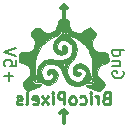
<source format=gbo>
G04 #@! TF.GenerationSoftware,KiCad,Pcbnew,5.1.2-1.fc30*
G04 #@! TF.CreationDate,2019-06-18T23:23:49+02:00*
G04 #@! TF.ProjectId,bricopixels,62726963-6f70-4697-9865-6c732e6b6963,1*
G04 #@! TF.SameCoordinates,Original*
G04 #@! TF.FileFunction,Legend,Bot*
G04 #@! TF.FilePolarity,Positive*
%FSLAX46Y46*%
G04 Gerber Fmt 4.6, Leading zero omitted, Abs format (unit mm)*
G04 Created by KiCad (PCBNEW 5.1.2-1.fc30) date 2019-06-18 23:23:49*
%MOMM*%
%LPD*%
G04 APERTURE LIST*
%ADD10C,0.200000*%
%ADD11C,0.300000*%
%ADD12C,0.250000*%
%ADD13C,0.010000*%
G04 APERTURE END LIST*
D10*
X76877800Y-33408857D02*
X76925419Y-33504095D01*
X76925419Y-33646952D01*
X76877800Y-33789809D01*
X76782561Y-33885047D01*
X76687323Y-33932666D01*
X76496847Y-33980285D01*
X76353990Y-33980285D01*
X76163514Y-33932666D01*
X76068276Y-33885047D01*
X75973038Y-33789809D01*
X75925419Y-33646952D01*
X75925419Y-33551714D01*
X75973038Y-33408857D01*
X76020657Y-33361238D01*
X76353990Y-33361238D01*
X76353990Y-33551714D01*
X76592085Y-32932666D02*
X75925419Y-32932666D01*
X76496847Y-32932666D02*
X76544466Y-32885047D01*
X76592085Y-32789809D01*
X76592085Y-32646952D01*
X76544466Y-32551714D01*
X76449228Y-32504095D01*
X75925419Y-32504095D01*
X75925419Y-31599333D02*
X76925419Y-31599333D01*
X75973038Y-31599333D02*
X75925419Y-31694571D01*
X75925419Y-31885047D01*
X75973038Y-31980285D01*
X76020657Y-32027904D01*
X76115895Y-32075523D01*
X76401609Y-32075523D01*
X76496847Y-32027904D01*
X76544466Y-31980285D01*
X76592085Y-31885047D01*
X76592085Y-31694571D01*
X76544466Y-31599333D01*
X67162371Y-34178714D02*
X67162371Y-33416809D01*
X66781419Y-33797761D02*
X67543323Y-33797761D01*
X67781419Y-32464428D02*
X67781419Y-32940619D01*
X67305228Y-32988238D01*
X67352847Y-32940619D01*
X67400466Y-32845380D01*
X67400466Y-32607285D01*
X67352847Y-32512047D01*
X67305228Y-32464428D01*
X67209990Y-32416809D01*
X66971895Y-32416809D01*
X66876657Y-32464428D01*
X66829038Y-32512047D01*
X66781419Y-32607285D01*
X66781419Y-32845380D01*
X66829038Y-32940619D01*
X66876657Y-32988238D01*
X67781419Y-32131095D02*
X66781419Y-31797761D01*
X67781419Y-31464428D01*
D11*
X71831200Y-28897971D02*
X71831200Y-27755114D01*
X71545485Y-28040828D02*
X71831200Y-27755114D01*
X72116914Y-28040828D01*
X71805800Y-37787971D02*
X71805800Y-36645114D01*
X71520085Y-36930828D02*
X71805800Y-36645114D01*
X72091514Y-36930828D01*
D12*
X75401038Y-35666371D02*
X75258180Y-35713990D01*
X75210561Y-35761609D01*
X75162942Y-35856847D01*
X75162942Y-35999704D01*
X75210561Y-36094942D01*
X75258180Y-36142561D01*
X75353419Y-36190180D01*
X75734371Y-36190180D01*
X75734371Y-35190180D01*
X75401038Y-35190180D01*
X75305800Y-35237800D01*
X75258180Y-35285419D01*
X75210561Y-35380657D01*
X75210561Y-35475895D01*
X75258180Y-35571133D01*
X75305800Y-35618752D01*
X75401038Y-35666371D01*
X75734371Y-35666371D01*
X74734371Y-36190180D02*
X74734371Y-35523514D01*
X74734371Y-35713990D02*
X74686752Y-35618752D01*
X74639133Y-35571133D01*
X74543895Y-35523514D01*
X74448657Y-35523514D01*
X74115323Y-36190180D02*
X74115323Y-35523514D01*
X74115323Y-35190180D02*
X74162942Y-35237800D01*
X74115323Y-35285419D01*
X74067704Y-35237800D01*
X74115323Y-35190180D01*
X74115323Y-35285419D01*
X73210561Y-36142561D02*
X73305800Y-36190180D01*
X73496276Y-36190180D01*
X73591514Y-36142561D01*
X73639133Y-36094942D01*
X73686752Y-35999704D01*
X73686752Y-35713990D01*
X73639133Y-35618752D01*
X73591514Y-35571133D01*
X73496276Y-35523514D01*
X73305800Y-35523514D01*
X73210561Y-35571133D01*
X72639133Y-36190180D02*
X72734371Y-36142561D01*
X72781990Y-36094942D01*
X72829609Y-35999704D01*
X72829609Y-35713990D01*
X72781990Y-35618752D01*
X72734371Y-35571133D01*
X72639133Y-35523514D01*
X72496276Y-35523514D01*
X72401038Y-35571133D01*
X72353419Y-35618752D01*
X72305800Y-35713990D01*
X72305800Y-35999704D01*
X72353419Y-36094942D01*
X72401038Y-36142561D01*
X72496276Y-36190180D01*
X72639133Y-36190180D01*
X71877228Y-36190180D02*
X71877228Y-35190180D01*
X71496276Y-35190180D01*
X71401038Y-35237800D01*
X71353419Y-35285419D01*
X71305800Y-35380657D01*
X71305800Y-35523514D01*
X71353419Y-35618752D01*
X71401038Y-35666371D01*
X71496276Y-35713990D01*
X71877228Y-35713990D01*
X70877228Y-36190180D02*
X70877228Y-35523514D01*
X70877228Y-35190180D02*
X70924847Y-35237800D01*
X70877228Y-35285419D01*
X70829609Y-35237800D01*
X70877228Y-35190180D01*
X70877228Y-35285419D01*
X70496276Y-36190180D02*
X69972466Y-35523514D01*
X70496276Y-35523514D02*
X69972466Y-36190180D01*
X69210561Y-36142561D02*
X69305800Y-36190180D01*
X69496276Y-36190180D01*
X69591514Y-36142561D01*
X69639133Y-36047323D01*
X69639133Y-35666371D01*
X69591514Y-35571133D01*
X69496276Y-35523514D01*
X69305800Y-35523514D01*
X69210561Y-35571133D01*
X69162942Y-35666371D01*
X69162942Y-35761609D01*
X69639133Y-35856847D01*
X68591514Y-36190180D02*
X68686752Y-36142561D01*
X68734371Y-36047323D01*
X68734371Y-35190180D01*
X68258180Y-36142561D02*
X68162942Y-36190180D01*
X67972466Y-36190180D01*
X67877228Y-36142561D01*
X67829609Y-36047323D01*
X67829609Y-35999704D01*
X67877228Y-35904466D01*
X67972466Y-35856847D01*
X68115323Y-35856847D01*
X68210561Y-35809228D01*
X68258180Y-35713990D01*
X68258180Y-35666371D01*
X68210561Y-35571133D01*
X68115323Y-35523514D01*
X67972466Y-35523514D01*
X67877228Y-35571133D01*
D13*
G36*
X71832315Y-29960171D02*
G01*
X71699449Y-30007970D01*
X71638515Y-30134377D01*
X71634489Y-30155147D01*
X71539824Y-30339387D01*
X71355414Y-30497518D01*
X71111803Y-30718741D01*
X70958195Y-30980042D01*
X70898609Y-31257467D01*
X70937064Y-31527063D01*
X71077577Y-31764876D01*
X71133472Y-31820473D01*
X71366145Y-31960267D01*
X71616417Y-31998412D01*
X71851808Y-31934128D01*
X71977742Y-31840787D01*
X72082001Y-31705618D01*
X72129520Y-31582994D01*
X72129805Y-31575791D01*
X72086707Y-31408882D01*
X71980737Y-31270479D01*
X71846882Y-31200331D01*
X71798579Y-31199446D01*
X71705682Y-31236583D01*
X71679278Y-31335893D01*
X71683583Y-31412049D01*
X71664899Y-31579729D01*
X71576958Y-31647504D01*
X71433273Y-31607456D01*
X71393502Y-31581979D01*
X71285592Y-31438409D01*
X71260567Y-31244734D01*
X71317156Y-31041788D01*
X71414550Y-30905886D01*
X71626848Y-30772306D01*
X71869233Y-30747233D01*
X72115118Y-30828993D01*
X72287226Y-30960807D01*
X72476304Y-31204588D01*
X72553218Y-31459064D01*
X72537678Y-31708191D01*
X72424847Y-31996006D01*
X72219963Y-32231105D01*
X71950143Y-32394669D01*
X71642510Y-32467880D01*
X71452915Y-32460880D01*
X71078146Y-32409823D01*
X70800111Y-32382463D01*
X70593856Y-32379172D01*
X70434427Y-32400319D01*
X70296873Y-32446275D01*
X70227731Y-32479064D01*
X69907638Y-32707968D01*
X69678761Y-33013666D01*
X69551506Y-33379029D01*
X69528199Y-33630563D01*
X69485258Y-33810544D01*
X69398103Y-33950537D01*
X69305252Y-34102496D01*
X69311593Y-34224887D01*
X69359642Y-34314465D01*
X69451515Y-34339290D01*
X69572911Y-34325735D01*
X69813755Y-34332118D01*
X70042052Y-34418430D01*
X70355409Y-34521685D01*
X70657756Y-34519188D01*
X70926681Y-34419123D01*
X71139770Y-34229671D01*
X71271522Y-33969561D01*
X71295189Y-33714783D01*
X71224031Y-33485628D01*
X71078234Y-33305755D01*
X70877987Y-33198824D01*
X70643476Y-33188494D01*
X70611129Y-33195580D01*
X70451055Y-33289088D01*
X70361977Y-33446163D01*
X70364938Y-33605920D01*
X70445056Y-33708905D01*
X70563108Y-33712649D01*
X70675905Y-33621407D01*
X70752665Y-33550746D01*
X70837730Y-33585601D01*
X70853101Y-33598017D01*
X70943248Y-33734836D01*
X70933258Y-33885685D01*
X70840204Y-34024423D01*
X70681159Y-34124912D01*
X70485281Y-34161141D01*
X70433765Y-34149216D01*
X69583372Y-34149216D01*
X69574091Y-34242385D01*
X69500534Y-34285044D01*
X69400352Y-34255333D01*
X69380719Y-34235622D01*
X69378133Y-34146444D01*
X69438511Y-34071107D01*
X69518608Y-34062565D01*
X69520927Y-34063934D01*
X69583372Y-34149216D01*
X70433765Y-34149216D01*
X70250393Y-34106769D01*
X70069241Y-33960364D01*
X69955076Y-33746994D01*
X69921147Y-33491729D01*
X69980706Y-33219636D01*
X69983744Y-33212269D01*
X70142598Y-32976741D01*
X70372111Y-32819504D01*
X70645005Y-32742952D01*
X70934004Y-32749479D01*
X71211828Y-32841479D01*
X71451202Y-33021346D01*
X71500887Y-33079109D01*
X71584900Y-33220412D01*
X71681243Y-33433003D01*
X71762982Y-33653395D01*
X71946006Y-34049860D01*
X72198739Y-34352870D01*
X72512345Y-34555294D01*
X72877987Y-34650006D01*
X73006319Y-34656406D01*
X73149868Y-34628073D01*
X73349490Y-34554538D01*
X73504451Y-34481027D01*
X73749504Y-34371137D01*
X73915296Y-34342795D01*
X73959888Y-34352770D01*
X74098768Y-34396989D01*
X74176116Y-34374939D01*
X74239274Y-34279199D01*
X74273103Y-34166026D01*
X74256509Y-34131772D01*
X74214310Y-34131772D01*
X74208507Y-34217695D01*
X74123493Y-34279097D01*
X74030439Y-34268816D01*
X73988341Y-34195773D01*
X74029617Y-34087993D01*
X74055690Y-34064878D01*
X74148471Y-34062082D01*
X74214310Y-34131772D01*
X74256509Y-34131772D01*
X74221510Y-34059531D01*
X74179503Y-34011913D01*
X74084545Y-33862268D01*
X74049947Y-33723490D01*
X73995037Y-33380168D01*
X73842590Y-33077917D01*
X73705900Y-32927213D01*
X73463059Y-32778572D01*
X73208534Y-32728489D01*
X72966824Y-32767973D01*
X72762428Y-32888031D01*
X72619845Y-33079672D01*
X72563573Y-33333904D01*
X72563463Y-33346514D01*
X72586124Y-33540484D01*
X72671015Y-33674335D01*
X72728075Y-33724072D01*
X72908244Y-33810097D01*
X73079749Y-33798574D01*
X73197514Y-33703645D01*
X73240910Y-33576886D01*
X73170647Y-33493081D01*
X73059073Y-33457995D01*
X72916148Y-33395951D01*
X72873377Y-33305108D01*
X72919216Y-33210290D01*
X73042120Y-33136322D01*
X73221845Y-33107971D01*
X73420940Y-33164002D01*
X73581748Y-33308595D01*
X73670648Y-33506494D01*
X73678585Y-33586889D01*
X73621793Y-33821685D01*
X73471690Y-34034537D01*
X73258686Y-34196808D01*
X73013193Y-34279858D01*
X72937223Y-34285044D01*
X72704378Y-34230220D01*
X72471629Y-34084972D01*
X72272667Y-33878139D01*
X72141183Y-33638557D01*
X72126429Y-33591043D01*
X72095589Y-33326426D01*
X72152725Y-33057447D01*
X72276411Y-32818509D01*
X71926265Y-32818509D01*
X71907511Y-32923213D01*
X71833998Y-32982928D01*
X71820048Y-32984068D01*
X71743552Y-32934346D01*
X71716951Y-32886977D01*
X71714476Y-32769367D01*
X71786948Y-32711382D01*
X71876057Y-32732591D01*
X71926265Y-32818509D01*
X72276411Y-32818509D01*
X72304812Y-32763644D01*
X72499060Y-32497563D01*
X72735145Y-32163177D01*
X72870842Y-31863062D01*
X72914223Y-31571589D01*
X72879624Y-31289398D01*
X72750610Y-30930230D01*
X72546423Y-30663897D01*
X72317804Y-30507114D01*
X72150435Y-30397384D01*
X72065547Y-30261976D01*
X72040725Y-30164009D01*
X72038446Y-30155426D01*
X71933241Y-30155426D01*
X71920452Y-30241788D01*
X71841162Y-30247504D01*
X71745757Y-30187340D01*
X71727122Y-30133464D01*
X71765793Y-30054557D01*
X71847144Y-30050040D01*
X71919180Y-30114370D01*
X71933241Y-30155426D01*
X72038446Y-30155426D01*
X72001571Y-30016577D01*
X71938338Y-29960091D01*
X71832315Y-29960171D01*
X71832315Y-29960171D01*
G37*
X71832315Y-29960171D02*
X71699449Y-30007970D01*
X71638515Y-30134377D01*
X71634489Y-30155147D01*
X71539824Y-30339387D01*
X71355414Y-30497518D01*
X71111803Y-30718741D01*
X70958195Y-30980042D01*
X70898609Y-31257467D01*
X70937064Y-31527063D01*
X71077577Y-31764876D01*
X71133472Y-31820473D01*
X71366145Y-31960267D01*
X71616417Y-31998412D01*
X71851808Y-31934128D01*
X71977742Y-31840787D01*
X72082001Y-31705618D01*
X72129520Y-31582994D01*
X72129805Y-31575791D01*
X72086707Y-31408882D01*
X71980737Y-31270479D01*
X71846882Y-31200331D01*
X71798579Y-31199446D01*
X71705682Y-31236583D01*
X71679278Y-31335893D01*
X71683583Y-31412049D01*
X71664899Y-31579729D01*
X71576958Y-31647504D01*
X71433273Y-31607456D01*
X71393502Y-31581979D01*
X71285592Y-31438409D01*
X71260567Y-31244734D01*
X71317156Y-31041788D01*
X71414550Y-30905886D01*
X71626848Y-30772306D01*
X71869233Y-30747233D01*
X72115118Y-30828993D01*
X72287226Y-30960807D01*
X72476304Y-31204588D01*
X72553218Y-31459064D01*
X72537678Y-31708191D01*
X72424847Y-31996006D01*
X72219963Y-32231105D01*
X71950143Y-32394669D01*
X71642510Y-32467880D01*
X71452915Y-32460880D01*
X71078146Y-32409823D01*
X70800111Y-32382463D01*
X70593856Y-32379172D01*
X70434427Y-32400319D01*
X70296873Y-32446275D01*
X70227731Y-32479064D01*
X69907638Y-32707968D01*
X69678761Y-33013666D01*
X69551506Y-33379029D01*
X69528199Y-33630563D01*
X69485258Y-33810544D01*
X69398103Y-33950537D01*
X69305252Y-34102496D01*
X69311593Y-34224887D01*
X69359642Y-34314465D01*
X69451515Y-34339290D01*
X69572911Y-34325735D01*
X69813755Y-34332118D01*
X70042052Y-34418430D01*
X70355409Y-34521685D01*
X70657756Y-34519188D01*
X70926681Y-34419123D01*
X71139770Y-34229671D01*
X71271522Y-33969561D01*
X71295189Y-33714783D01*
X71224031Y-33485628D01*
X71078234Y-33305755D01*
X70877987Y-33198824D01*
X70643476Y-33188494D01*
X70611129Y-33195580D01*
X70451055Y-33289088D01*
X70361977Y-33446163D01*
X70364938Y-33605920D01*
X70445056Y-33708905D01*
X70563108Y-33712649D01*
X70675905Y-33621407D01*
X70752665Y-33550746D01*
X70837730Y-33585601D01*
X70853101Y-33598017D01*
X70943248Y-33734836D01*
X70933258Y-33885685D01*
X70840204Y-34024423D01*
X70681159Y-34124912D01*
X70485281Y-34161141D01*
X70433765Y-34149216D01*
X69583372Y-34149216D01*
X69574091Y-34242385D01*
X69500534Y-34285044D01*
X69400352Y-34255333D01*
X69380719Y-34235622D01*
X69378133Y-34146444D01*
X69438511Y-34071107D01*
X69518608Y-34062565D01*
X69520927Y-34063934D01*
X69583372Y-34149216D01*
X70433765Y-34149216D01*
X70250393Y-34106769D01*
X70069241Y-33960364D01*
X69955076Y-33746994D01*
X69921147Y-33491729D01*
X69980706Y-33219636D01*
X69983744Y-33212269D01*
X70142598Y-32976741D01*
X70372111Y-32819504D01*
X70645005Y-32742952D01*
X70934004Y-32749479D01*
X71211828Y-32841479D01*
X71451202Y-33021346D01*
X71500887Y-33079109D01*
X71584900Y-33220412D01*
X71681243Y-33433003D01*
X71762982Y-33653395D01*
X71946006Y-34049860D01*
X72198739Y-34352870D01*
X72512345Y-34555294D01*
X72877987Y-34650006D01*
X73006319Y-34656406D01*
X73149868Y-34628073D01*
X73349490Y-34554538D01*
X73504451Y-34481027D01*
X73749504Y-34371137D01*
X73915296Y-34342795D01*
X73959888Y-34352770D01*
X74098768Y-34396989D01*
X74176116Y-34374939D01*
X74239274Y-34279199D01*
X74273103Y-34166026D01*
X74256509Y-34131772D01*
X74214310Y-34131772D01*
X74208507Y-34217695D01*
X74123493Y-34279097D01*
X74030439Y-34268816D01*
X73988341Y-34195773D01*
X74029617Y-34087993D01*
X74055690Y-34064878D01*
X74148471Y-34062082D01*
X74214310Y-34131772D01*
X74256509Y-34131772D01*
X74221510Y-34059531D01*
X74179503Y-34011913D01*
X74084545Y-33862268D01*
X74049947Y-33723490D01*
X73995037Y-33380168D01*
X73842590Y-33077917D01*
X73705900Y-32927213D01*
X73463059Y-32778572D01*
X73208534Y-32728489D01*
X72966824Y-32767973D01*
X72762428Y-32888031D01*
X72619845Y-33079672D01*
X72563573Y-33333904D01*
X72563463Y-33346514D01*
X72586124Y-33540484D01*
X72671015Y-33674335D01*
X72728075Y-33724072D01*
X72908244Y-33810097D01*
X73079749Y-33798574D01*
X73197514Y-33703645D01*
X73240910Y-33576886D01*
X73170647Y-33493081D01*
X73059073Y-33457995D01*
X72916148Y-33395951D01*
X72873377Y-33305108D01*
X72919216Y-33210290D01*
X73042120Y-33136322D01*
X73221845Y-33107971D01*
X73420940Y-33164002D01*
X73581748Y-33308595D01*
X73670648Y-33506494D01*
X73678585Y-33586889D01*
X73621793Y-33821685D01*
X73471690Y-34034537D01*
X73258686Y-34196808D01*
X73013193Y-34279858D01*
X72937223Y-34285044D01*
X72704378Y-34230220D01*
X72471629Y-34084972D01*
X72272667Y-33878139D01*
X72141183Y-33638557D01*
X72126429Y-33591043D01*
X72095589Y-33326426D01*
X72152725Y-33057447D01*
X72276411Y-32818509D01*
X71926265Y-32818509D01*
X71907511Y-32923213D01*
X71833998Y-32982928D01*
X71820048Y-32984068D01*
X71743552Y-32934346D01*
X71716951Y-32886977D01*
X71714476Y-32769367D01*
X71786948Y-32711382D01*
X71876057Y-32732591D01*
X71926265Y-32818509D01*
X72276411Y-32818509D01*
X72304812Y-32763644D01*
X72499060Y-32497563D01*
X72735145Y-32163177D01*
X72870842Y-31863062D01*
X72914223Y-31571589D01*
X72879624Y-31289398D01*
X72750610Y-30930230D01*
X72546423Y-30663897D01*
X72317804Y-30507114D01*
X72150435Y-30397384D01*
X72065547Y-30261976D01*
X72040725Y-30164009D01*
X72038446Y-30155426D01*
X71933241Y-30155426D01*
X71920452Y-30241788D01*
X71841162Y-30247504D01*
X71745757Y-30187340D01*
X71727122Y-30133464D01*
X71765793Y-30054557D01*
X71847144Y-30050040D01*
X71919180Y-30114370D01*
X71933241Y-30155426D01*
X72038446Y-30155426D01*
X72001571Y-30016577D01*
X71938338Y-29960091D01*
X71832315Y-29960171D01*
G36*
X71633926Y-28959546D02*
G01*
X71511051Y-28980498D01*
X71426629Y-29041145D01*
X71361371Y-29162534D01*
X71295987Y-29365714D01*
X71233341Y-29591420D01*
X71141669Y-29840144D01*
X71011867Y-30002860D01*
X70813866Y-30105750D01*
X70574941Y-30164705D01*
X70442244Y-30177926D01*
X70324954Y-30149919D01*
X70184340Y-30065459D01*
X70036831Y-29953187D01*
X69853008Y-29822157D01*
X69690442Y-29730869D01*
X69593783Y-29700654D01*
X69466937Y-29742613D01*
X69310437Y-29846871D01*
X69161693Y-29981000D01*
X69058116Y-30112571D01*
X69032509Y-30187193D01*
X69065392Y-30294140D01*
X69149336Y-30457246D01*
X69218097Y-30567971D01*
X69360821Y-30843192D01*
X69393892Y-31090052D01*
X69319040Y-31334464D01*
X69274511Y-31413271D01*
X69148904Y-31583667D01*
X69008253Y-31684757D01*
X68816436Y-31733045D01*
X68548292Y-31745044D01*
X68297847Y-31758237D01*
X68144727Y-31813893D01*
X68063718Y-31936126D01*
X68029609Y-32149049D01*
X68024220Y-32246287D01*
X68010048Y-32576785D01*
X68403014Y-32735366D01*
X68677882Y-32868226D01*
X68849973Y-33015901D01*
X68939822Y-33205302D01*
X68967961Y-33463338D01*
X68968097Y-33475935D01*
X68960890Y-33632081D01*
X68922236Y-33751162D01*
X68831077Y-33871610D01*
X68666356Y-34031857D01*
X68660536Y-34037239D01*
X68503216Y-34198215D01*
X68391717Y-34342059D01*
X68350780Y-34435229D01*
X68383625Y-34571145D01*
X68464907Y-34746126D01*
X68568744Y-34914979D01*
X68669254Y-35032510D01*
X68706670Y-35056678D01*
X68797520Y-35047070D01*
X68972526Y-34994203D01*
X69203654Y-34907406D01*
X69384715Y-34831062D01*
X69647622Y-34712422D01*
X69810946Y-34629293D01*
X69890094Y-34571045D01*
X69900473Y-34527049D01*
X69870705Y-34495763D01*
X69728493Y-34450994D01*
X69570060Y-34477461D01*
X69419057Y-34504504D01*
X69319084Y-34461475D01*
X69264561Y-34403101D01*
X69167632Y-34207217D01*
X69187037Y-34014029D01*
X69287389Y-33876475D01*
X69350594Y-33809080D01*
X69386136Y-33727873D01*
X69398259Y-33602688D01*
X69391206Y-33403360D01*
X69378840Y-33226318D01*
X69380891Y-32611987D01*
X69485411Y-32066780D01*
X69694148Y-31587653D01*
X70008855Y-31171564D01*
X70431282Y-30815469D01*
X70928806Y-30532412D01*
X71190163Y-30405069D01*
X71359619Y-30309721D01*
X71459171Y-30229586D01*
X71510817Y-30147883D01*
X71532002Y-30072228D01*
X71565558Y-29951252D01*
X71627551Y-29899452D01*
X71757953Y-29893598D01*
X71831101Y-29898393D01*
X72000845Y-29921375D01*
X72088551Y-29976040D01*
X72136025Y-30090359D01*
X72139869Y-30104982D01*
X72180493Y-30205789D01*
X72259786Y-30292685D01*
X72401868Y-30384258D01*
X72630860Y-30499098D01*
X72683081Y-30523634D01*
X73188207Y-30817523D01*
X73596836Y-31185208D01*
X73917724Y-31635106D01*
X73999043Y-31789102D01*
X74083063Y-31964775D01*
X74140454Y-32109039D01*
X74176288Y-32252260D01*
X74195637Y-32424806D01*
X74203572Y-32657043D01*
X74205165Y-32979340D01*
X74205170Y-33023321D01*
X74207503Y-33367469D01*
X74216216Y-33609983D01*
X74233888Y-33773073D01*
X74263093Y-33878949D01*
X74306407Y-33949820D01*
X74313585Y-33958037D01*
X74409332Y-34115357D01*
X74394178Y-34274759D01*
X74325087Y-34395837D01*
X74230161Y-34488546D01*
X74093173Y-34520541D01*
X73975542Y-34518037D01*
X73812541Y-34522268D01*
X73711650Y-34552457D01*
X73699760Y-34566789D01*
X73744354Y-34610518D01*
X73875754Y-34686031D01*
X74065228Y-34780363D01*
X74284040Y-34880550D01*
X74503458Y-34973625D01*
X74694749Y-35046624D01*
X74829180Y-35086581D01*
X74860213Y-35090410D01*
X74923913Y-35042117D01*
X75024681Y-34917657D01*
X75104828Y-34799500D01*
X75207084Y-34627388D01*
X75274297Y-34493426D01*
X75289817Y-34443281D01*
X75247434Y-34372651D01*
X75134832Y-34245121D01*
X74974602Y-34085875D01*
X74940731Y-34054196D01*
X74764363Y-33886939D01*
X74662850Y-33770523D01*
X74618915Y-33672938D01*
X74615282Y-33562180D01*
X74625938Y-33471022D01*
X74711460Y-33174011D01*
X74885280Y-32953975D01*
X75160362Y-32795362D01*
X75202844Y-32778957D01*
X75437333Y-32683508D01*
X75572423Y-32593835D01*
X75628012Y-32482245D01*
X75623996Y-32321045D01*
X75606575Y-32217039D01*
X75559664Y-32027065D01*
X75504153Y-31884857D01*
X75479255Y-31848057D01*
X75384875Y-31808257D01*
X75204652Y-31771710D01*
X74976570Y-31746002D01*
X74963260Y-31745044D01*
X74729171Y-31725137D01*
X74582811Y-31695875D01*
X74488132Y-31642277D01*
X74409086Y-31549362D01*
X74375845Y-31500919D01*
X74244421Y-31277490D01*
X74192702Y-31089992D01*
X74219566Y-30896468D01*
X74323892Y-30654961D01*
X74351787Y-30601307D01*
X74451355Y-30403376D01*
X74521764Y-30245319D01*
X74547651Y-30161953D01*
X74501888Y-30077926D01*
X74390816Y-29954347D01*
X74249486Y-29824330D01*
X74112946Y-29720985D01*
X74040376Y-29682722D01*
X73928759Y-29701782D01*
X73746488Y-29804020D01*
X73578075Y-29925992D01*
X73381819Y-30071866D01*
X73244185Y-30150753D01*
X73130368Y-30177046D01*
X73005562Y-30165142D01*
X73001595Y-30164403D01*
X72716163Y-30085350D01*
X72518426Y-29958885D01*
X72386728Y-29761667D01*
X72299412Y-29470355D01*
X72283931Y-29390897D01*
X72240229Y-29166100D01*
X72192570Y-29036544D01*
X72112566Y-28976004D01*
X71971828Y-28958251D01*
X71814546Y-28957239D01*
X71633926Y-28959546D01*
X71633926Y-28959546D01*
G37*
X71633926Y-28959546D02*
X71511051Y-28980498D01*
X71426629Y-29041145D01*
X71361371Y-29162534D01*
X71295987Y-29365714D01*
X71233341Y-29591420D01*
X71141669Y-29840144D01*
X71011867Y-30002860D01*
X70813866Y-30105750D01*
X70574941Y-30164705D01*
X70442244Y-30177926D01*
X70324954Y-30149919D01*
X70184340Y-30065459D01*
X70036831Y-29953187D01*
X69853008Y-29822157D01*
X69690442Y-29730869D01*
X69593783Y-29700654D01*
X69466937Y-29742613D01*
X69310437Y-29846871D01*
X69161693Y-29981000D01*
X69058116Y-30112571D01*
X69032509Y-30187193D01*
X69065392Y-30294140D01*
X69149336Y-30457246D01*
X69218097Y-30567971D01*
X69360821Y-30843192D01*
X69393892Y-31090052D01*
X69319040Y-31334464D01*
X69274511Y-31413271D01*
X69148904Y-31583667D01*
X69008253Y-31684757D01*
X68816436Y-31733045D01*
X68548292Y-31745044D01*
X68297847Y-31758237D01*
X68144727Y-31813893D01*
X68063718Y-31936126D01*
X68029609Y-32149049D01*
X68024220Y-32246287D01*
X68010048Y-32576785D01*
X68403014Y-32735366D01*
X68677882Y-32868226D01*
X68849973Y-33015901D01*
X68939822Y-33205302D01*
X68967961Y-33463338D01*
X68968097Y-33475935D01*
X68960890Y-33632081D01*
X68922236Y-33751162D01*
X68831077Y-33871610D01*
X68666356Y-34031857D01*
X68660536Y-34037239D01*
X68503216Y-34198215D01*
X68391717Y-34342059D01*
X68350780Y-34435229D01*
X68383625Y-34571145D01*
X68464907Y-34746126D01*
X68568744Y-34914979D01*
X68669254Y-35032510D01*
X68706670Y-35056678D01*
X68797520Y-35047070D01*
X68972526Y-34994203D01*
X69203654Y-34907406D01*
X69384715Y-34831062D01*
X69647622Y-34712422D01*
X69810946Y-34629293D01*
X69890094Y-34571045D01*
X69900473Y-34527049D01*
X69870705Y-34495763D01*
X69728493Y-34450994D01*
X69570060Y-34477461D01*
X69419057Y-34504504D01*
X69319084Y-34461475D01*
X69264561Y-34403101D01*
X69167632Y-34207217D01*
X69187037Y-34014029D01*
X69287389Y-33876475D01*
X69350594Y-33809080D01*
X69386136Y-33727873D01*
X69398259Y-33602688D01*
X69391206Y-33403360D01*
X69378840Y-33226318D01*
X69380891Y-32611987D01*
X69485411Y-32066780D01*
X69694148Y-31587653D01*
X70008855Y-31171564D01*
X70431282Y-30815469D01*
X70928806Y-30532412D01*
X71190163Y-30405069D01*
X71359619Y-30309721D01*
X71459171Y-30229586D01*
X71510817Y-30147883D01*
X71532002Y-30072228D01*
X71565558Y-29951252D01*
X71627551Y-29899452D01*
X71757953Y-29893598D01*
X71831101Y-29898393D01*
X72000845Y-29921375D01*
X72088551Y-29976040D01*
X72136025Y-30090359D01*
X72139869Y-30104982D01*
X72180493Y-30205789D01*
X72259786Y-30292685D01*
X72401868Y-30384258D01*
X72630860Y-30499098D01*
X72683081Y-30523634D01*
X73188207Y-30817523D01*
X73596836Y-31185208D01*
X73917724Y-31635106D01*
X73999043Y-31789102D01*
X74083063Y-31964775D01*
X74140454Y-32109039D01*
X74176288Y-32252260D01*
X74195637Y-32424806D01*
X74203572Y-32657043D01*
X74205165Y-32979340D01*
X74205170Y-33023321D01*
X74207503Y-33367469D01*
X74216216Y-33609983D01*
X74233888Y-33773073D01*
X74263093Y-33878949D01*
X74306407Y-33949820D01*
X74313585Y-33958037D01*
X74409332Y-34115357D01*
X74394178Y-34274759D01*
X74325087Y-34395837D01*
X74230161Y-34488546D01*
X74093173Y-34520541D01*
X73975542Y-34518037D01*
X73812541Y-34522268D01*
X73711650Y-34552457D01*
X73699760Y-34566789D01*
X73744354Y-34610518D01*
X73875754Y-34686031D01*
X74065228Y-34780363D01*
X74284040Y-34880550D01*
X74503458Y-34973625D01*
X74694749Y-35046624D01*
X74829180Y-35086581D01*
X74860213Y-35090410D01*
X74923913Y-35042117D01*
X75024681Y-34917657D01*
X75104828Y-34799500D01*
X75207084Y-34627388D01*
X75274297Y-34493426D01*
X75289817Y-34443281D01*
X75247434Y-34372651D01*
X75134832Y-34245121D01*
X74974602Y-34085875D01*
X74940731Y-34054196D01*
X74764363Y-33886939D01*
X74662850Y-33770523D01*
X74618915Y-33672938D01*
X74615282Y-33562180D01*
X74625938Y-33471022D01*
X74711460Y-33174011D01*
X74885280Y-32953975D01*
X75160362Y-32795362D01*
X75202844Y-32778957D01*
X75437333Y-32683508D01*
X75572423Y-32593835D01*
X75628012Y-32482245D01*
X75623996Y-32321045D01*
X75606575Y-32217039D01*
X75559664Y-32027065D01*
X75504153Y-31884857D01*
X75479255Y-31848057D01*
X75384875Y-31808257D01*
X75204652Y-31771710D01*
X74976570Y-31746002D01*
X74963260Y-31745044D01*
X74729171Y-31725137D01*
X74582811Y-31695875D01*
X74488132Y-31642277D01*
X74409086Y-31549362D01*
X74375845Y-31500919D01*
X74244421Y-31277490D01*
X74192702Y-31089992D01*
X74219566Y-30896468D01*
X74323892Y-30654961D01*
X74351787Y-30601307D01*
X74451355Y-30403376D01*
X74521764Y-30245319D01*
X74547651Y-30161953D01*
X74501888Y-30077926D01*
X74390816Y-29954347D01*
X74249486Y-29824330D01*
X74112946Y-29720985D01*
X74040376Y-29682722D01*
X73928759Y-29701782D01*
X73746488Y-29804020D01*
X73578075Y-29925992D01*
X73381819Y-30071866D01*
X73244185Y-30150753D01*
X73130368Y-30177046D01*
X73005562Y-30165142D01*
X73001595Y-30164403D01*
X72716163Y-30085350D01*
X72518426Y-29958885D01*
X72386728Y-29761667D01*
X72299412Y-29470355D01*
X72283931Y-29390897D01*
X72240229Y-29166100D01*
X72192570Y-29036544D01*
X72112566Y-28976004D01*
X71971828Y-28958251D01*
X71814546Y-28957239D01*
X71633926Y-28959546D01*
M02*

</source>
